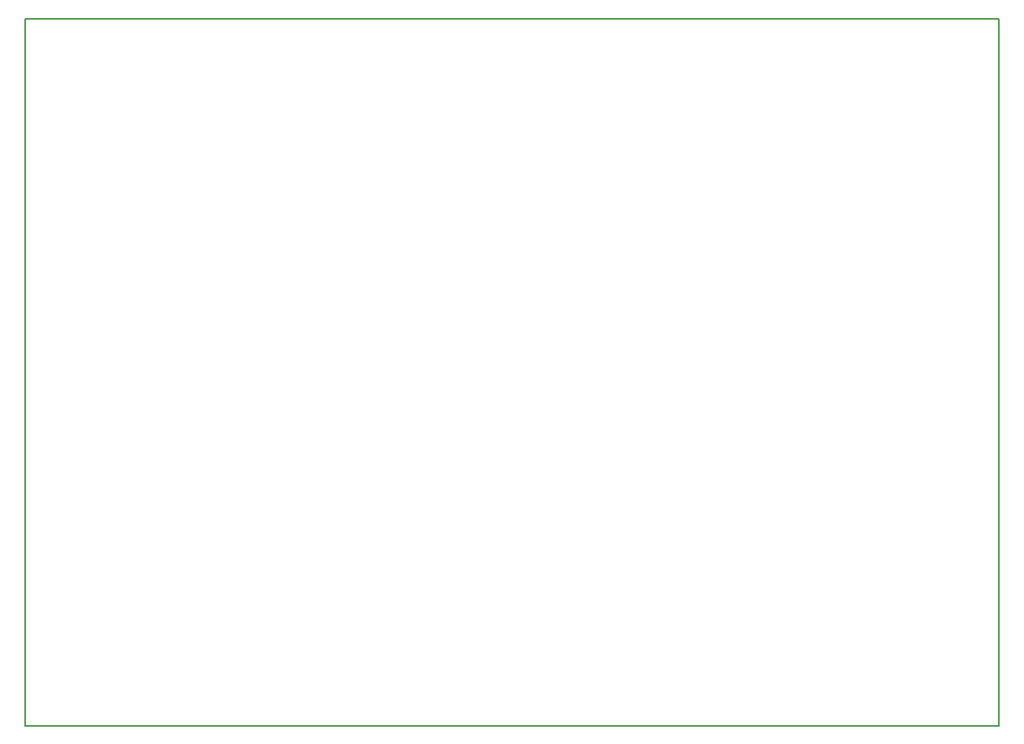
<source format=gbr>
G04 #@! TF.GenerationSoftware,KiCad,Pcbnew,(6.0.4-0)*
G04 #@! TF.CreationDate,2022-05-03T20:04:39-04:00*
G04 #@! TF.ProjectId,green_house_controller,67726565-6e5f-4686-9f75-73655f636f6e,rev?*
G04 #@! TF.SameCoordinates,Original*
G04 #@! TF.FileFunction,Profile,NP*
%FSLAX46Y46*%
G04 Gerber Fmt 4.6, Leading zero omitted, Abs format (unit mm)*
G04 Created by KiCad (PCBNEW (6.0.4-0)) date 2022-05-03 20:04:39*
%MOMM*%
%LPD*%
G01*
G04 APERTURE LIST*
G04 #@! TA.AperFunction,Profile*
%ADD10C,0.150000*%
G04 #@! TD*
G04 APERTURE END LIST*
D10*
X100076000Y-133985000D02*
X203454000Y-133985000D01*
X100076000Y-57785000D02*
X98552000Y-57785000D01*
X203454000Y-133985000D02*
X203454000Y-57785000D01*
X100076000Y-133985000D02*
X98552000Y-133985000D01*
X98552000Y-57785000D02*
X98552000Y-133985000D01*
X203454000Y-57785000D02*
X100076000Y-57785000D01*
M02*

</source>
